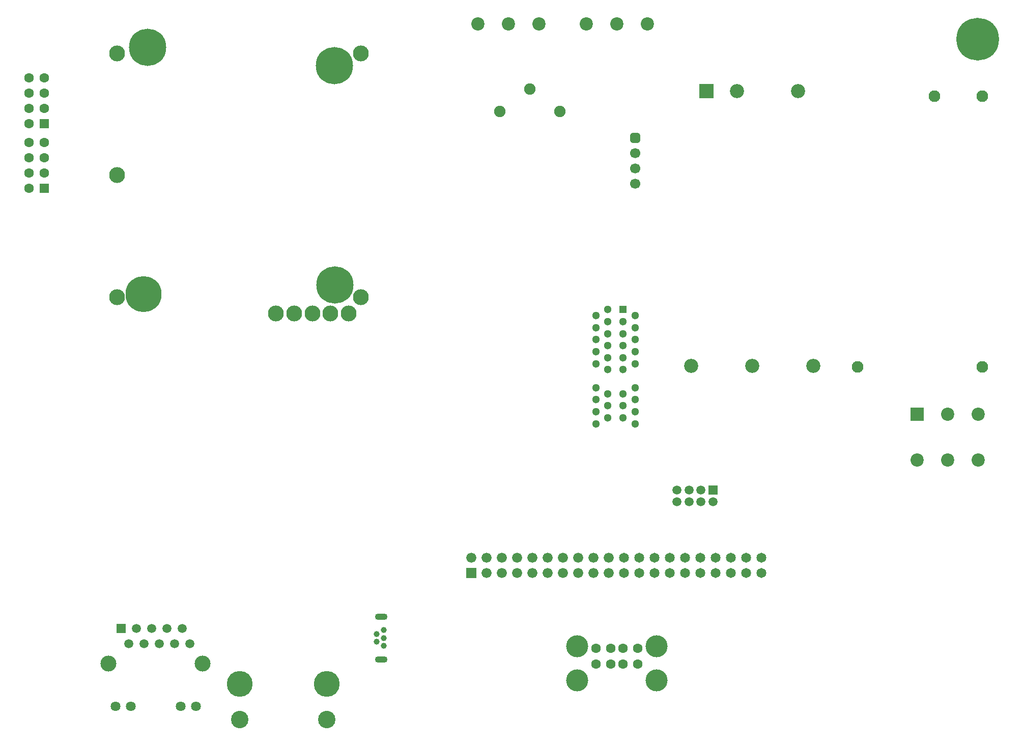
<source format=gbs>
G04*
G04 #@! TF.GenerationSoftware,Altium Limited,Altium Designer,24.4.1 (13)*
G04*
G04 Layer_Color=16711935*
%FSLAX44Y44*%
%MOMM*%
G71*
G04*
G04 #@! TF.SameCoordinates,DEE5000B-EDBE-4967-835A-DE593A8545BB*
G04*
G04*
G04 #@! TF.FilePolarity,Negative*
G04*
G01*
G75*
%ADD94C,1.5000*%
%ADD105C,1.0000*%
%ADD106O,2.1000X1.1000*%
%ADD107R,1.5000X1.5000*%
%ADD108C,1.6300*%
%ADD109C,2.6500*%
%ADD110C,0.1000*%
%ADD111C,7.1000*%
%ADD112C,1.6500*%
%ADD113C,1.6750*%
%ADD114R,1.6750X1.6750*%
%ADD115C,1.9000*%
%ADD116C,1.9500*%
%ADD117C,2.3500*%
%ADD118R,2.3500X2.3500*%
%ADD119C,2.2000*%
%ADD120R,2.2000X2.2000*%
%ADD121C,1.6000*%
%ADD122C,3.6700*%
%ADD123C,1.3000*%
%ADD124R,1.3000X1.3000*%
%ADD125C,4.3000*%
%ADD126C,2.9000*%
%ADD127C,1.7000*%
G04:AMPARAMS|DCode=128|XSize=1.7mm|YSize=1.7mm|CornerRadius=0.45mm|HoleSize=0mm|Usage=FLASHONLY|Rotation=90.000|XOffset=0mm|YOffset=0mm|HoleType=Round|Shape=RoundedRectangle|*
%AMROUNDEDRECTD128*
21,1,1.7000,0.8000,0,0,90.0*
21,1,0.8000,1.7000,0,0,90.0*
1,1,0.9000,0.4000,0.4000*
1,1,0.9000,0.4000,-0.4000*
1,1,0.9000,-0.4000,-0.4000*
1,1,0.9000,-0.4000,0.4000*
%
%ADD128ROUNDEDRECTD128*%
%ADD129C,2.6400*%
%ADD130C,6.1960*%
%ADD131C,6.0000*%
%ADD132R,1.6000X1.6000*%
D94*
X358150Y193600D02*
D03*
X370850Y219000D02*
D03*
X383550Y193600D02*
D03*
X396250Y219000D02*
D03*
X408950Y193600D02*
D03*
X421650Y219000D02*
D03*
X434350Y193600D02*
D03*
X447050Y219000D02*
D03*
X459750Y193600D02*
D03*
X1270000Y430000D02*
D03*
Y450000D02*
D03*
X1290000Y430000D02*
D03*
Y450000D02*
D03*
X1310000Y430000D02*
D03*
Y450000D02*
D03*
X1330000Y430000D02*
D03*
D105*
X782000Y190500D02*
D03*
Y216500D02*
D03*
Y203500D02*
D03*
X770000Y210000D02*
D03*
Y197000D02*
D03*
D106*
X777800Y167750D02*
D03*
Y239250D02*
D03*
D107*
X345450Y219000D02*
D03*
X1330000Y450000D02*
D03*
D108*
X335850Y89500D02*
D03*
X361250D02*
D03*
X443950D02*
D03*
X469350D02*
D03*
D109*
X324100Y160600D02*
D03*
X481100D02*
D03*
D110*
X220000Y1200000D02*
D03*
X850000D02*
D03*
X220000Y100000D02*
D03*
X920000D02*
D03*
X1770000D02*
D03*
D111*
Y1200000D02*
D03*
D112*
X1283600Y337400D02*
D03*
Y312000D02*
D03*
X1258200Y337400D02*
D03*
Y312000D02*
D03*
X1232800Y337400D02*
D03*
Y312000D02*
D03*
X1207400Y337400D02*
D03*
Y312000D02*
D03*
X1182000Y337400D02*
D03*
Y312000D02*
D03*
X1309000D02*
D03*
Y337400D02*
D03*
X1334400Y312000D02*
D03*
Y337400D02*
D03*
X1359800Y312000D02*
D03*
Y337400D02*
D03*
X1385200Y312000D02*
D03*
Y337400D02*
D03*
X1410600Y312000D02*
D03*
Y337400D02*
D03*
D113*
X1105800D02*
D03*
Y312000D02*
D03*
X1080400Y337400D02*
D03*
Y312000D02*
D03*
X1055000Y337400D02*
D03*
Y312000D02*
D03*
X1029600Y337400D02*
D03*
Y312000D02*
D03*
X1004200Y337400D02*
D03*
Y312000D02*
D03*
X978800Y337400D02*
D03*
Y312000D02*
D03*
X953400Y337400D02*
D03*
Y312000D02*
D03*
X928000Y337400D02*
D03*
X1156600D02*
D03*
Y312000D02*
D03*
X1131200Y337400D02*
D03*
Y312000D02*
D03*
D114*
X928000D02*
D03*
D115*
X1025000Y1117000D02*
D03*
X975000Y1080000D02*
D03*
X1075000D02*
D03*
D116*
X1570000Y655000D02*
D03*
X1778000D02*
D03*
Y1105000D02*
D03*
X1698000D02*
D03*
D117*
X1293400Y656400D02*
D03*
X1369600Y1113600D02*
D03*
X1471200D02*
D03*
X1496600Y656400D02*
D03*
X1395000D02*
D03*
D118*
X1318800Y1113600D02*
D03*
D119*
X1720000Y500000D02*
D03*
X1770800Y576200D02*
D03*
X1669200Y500000D02*
D03*
X1770800D02*
D03*
X1720000Y576200D02*
D03*
X939200Y1225000D02*
D03*
X990000D02*
D03*
X1040800D02*
D03*
X1119200D02*
D03*
X1170000D02*
D03*
X1220800D02*
D03*
D120*
X1669200Y576200D02*
D03*
D121*
X1135000Y159870D02*
D03*
X1160000D02*
D03*
X1180000D02*
D03*
X1205000D02*
D03*
X1135000Y186070D02*
D03*
X1160000D02*
D03*
X1180000D02*
D03*
X1205000D02*
D03*
X192300Y1028100D02*
D03*
X217700D02*
D03*
X192300Y951900D02*
D03*
Y1002700D02*
D03*
X217700Y977300D02*
D03*
X192300D02*
D03*
X217700Y1002700D02*
D03*
X192300Y1135600D02*
D03*
X217700D02*
D03*
X192300Y1059400D02*
D03*
Y1110200D02*
D03*
X217700Y1084800D02*
D03*
X192300D02*
D03*
X217700Y1110200D02*
D03*
D122*
X1104300Y132770D02*
D03*
Y189570D02*
D03*
X1235700D02*
D03*
Y132770D02*
D03*
D123*
X1135000Y560000D02*
D03*
X1155000Y570000D02*
D03*
X1135000Y580000D02*
D03*
X1155000Y590000D02*
D03*
X1135000Y600000D02*
D03*
X1155000Y610000D02*
D03*
X1135000Y620000D02*
D03*
Y660000D02*
D03*
X1155000Y670000D02*
D03*
X1135000Y680000D02*
D03*
X1155000Y690000D02*
D03*
X1135000Y700000D02*
D03*
X1155000Y710000D02*
D03*
X1135000Y720000D02*
D03*
X1155000Y730000D02*
D03*
X1135000Y740000D02*
D03*
X1155000Y750000D02*
D03*
X1200000Y560000D02*
D03*
X1180000Y570000D02*
D03*
X1200000Y580000D02*
D03*
X1180000Y590000D02*
D03*
X1200000Y600000D02*
D03*
X1180000Y610000D02*
D03*
X1200000Y620000D02*
D03*
Y660000D02*
D03*
X1180000Y670000D02*
D03*
X1200000Y680000D02*
D03*
X1180000Y690000D02*
D03*
X1200000Y700000D02*
D03*
X1180000Y710000D02*
D03*
X1200000Y720000D02*
D03*
X1180000Y730000D02*
D03*
X1200000Y740000D02*
D03*
X1180000Y650000D02*
D03*
X1155000D02*
D03*
D124*
X1180000Y750000D02*
D03*
D125*
X542500Y127500D02*
D03*
X687500D02*
D03*
D126*
X542500Y67900D02*
D03*
X687500D02*
D03*
D127*
X1200000Y959600D02*
D03*
Y1010400D02*
D03*
Y985000D02*
D03*
D128*
Y1035800D02*
D03*
D129*
X338325Y973500D02*
D03*
X744325Y770500D02*
D03*
X723325Y743500D02*
D03*
X602365D02*
D03*
X338325Y770500D02*
D03*
X632845Y743500D02*
D03*
X663325D02*
D03*
X693325D02*
D03*
X744325Y1176500D02*
D03*
X338325D02*
D03*
D130*
X699875Y1155926D02*
D03*
X389125Y1186660D02*
D03*
X700550Y790574D02*
D03*
D131*
X382775Y775580D02*
D03*
D132*
X217700Y951900D02*
D03*
Y1059400D02*
D03*
M02*

</source>
